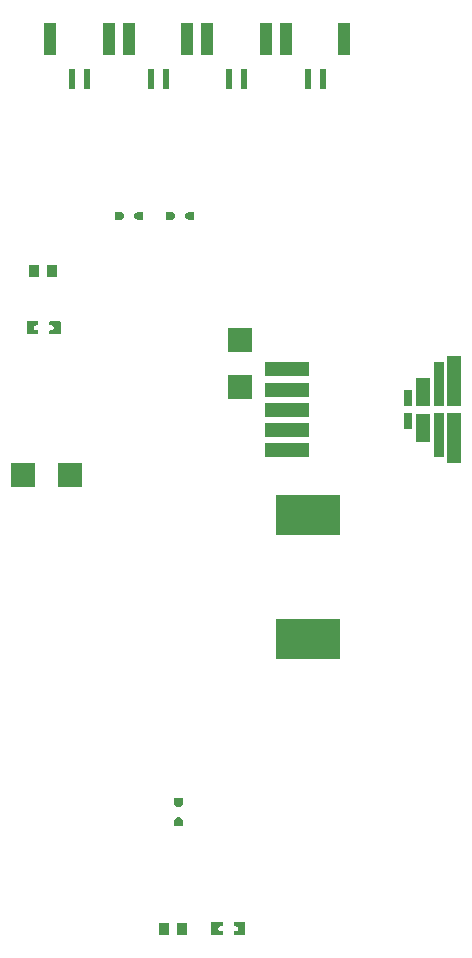
<source format=gtp>
G04 Layer_Color=8421504*
%FSLAX25Y25*%
%MOIN*%
G70*
G01*
G75*
%ADD10R,0.03937X0.11024*%
%ADD11R,0.02362X0.06693*%
%ADD12R,0.14961X0.04724*%
%ADD15R,0.21260X0.13780*%
%ADD16R,0.07874X0.07874*%
%ADD18R,0.07874X0.07874*%
%ADD21R,0.03661X0.03858*%
%ADD39R,0.03550X0.14800*%
%ADD40R,0.04700X0.09800*%
%ADD41R,0.04700X0.16800*%
%ADD42R,0.02700X0.05500*%
G36*
X170450Y104331D02*
X169591Y103150D01*
X168409D01*
X167550Y104331D01*
Y106102D01*
X170450D01*
Y104331D01*
D02*
G37*
G36*
X122049Y265140D02*
X122160Y265029D01*
X122220Y264885D01*
Y264806D01*
Y264181D01*
Y264103D01*
X122160Y263958D01*
X122049Y263847D01*
X121904Y263787D01*
X121449D01*
X121295Y263772D01*
X121011Y263655D01*
X120794Y263437D01*
X120677Y263154D01*
Y262846D01*
X120794Y262562D01*
X121011Y262345D01*
X121295Y262228D01*
X121449Y262213D01*
X121904D01*
X122049Y262153D01*
X122160Y262042D01*
X122220Y261897D01*
Y261819D01*
Y261194D01*
Y261115D01*
X122160Y260971D01*
X122049Y260860D01*
X121904Y260800D01*
X118615D01*
X118471Y260860D01*
X118360Y260971D01*
X118300Y261115D01*
Y261194D01*
Y264806D01*
Y264885D01*
X118360Y265029D01*
X118471Y265140D01*
X118615Y265200D01*
X121904D01*
X122049Y265140D01*
D02*
G37*
G36*
X170450Y98669D02*
Y96898D01*
X167550D01*
Y98669D01*
X168409Y99850D01*
X169591D01*
X170450Y98669D01*
D02*
G37*
G36*
X183549Y64840D02*
X183660Y64729D01*
X183720Y64585D01*
Y64506D01*
Y63881D01*
Y63803D01*
X183660Y63658D01*
X183549Y63547D01*
X183404Y63487D01*
X182949D01*
X182795Y63472D01*
X182511Y63355D01*
X182294Y63138D01*
X182176Y62854D01*
Y62546D01*
X182294Y62262D01*
X182511Y62045D01*
X182795Y61928D01*
X182949Y61913D01*
X183404D01*
X183549Y61853D01*
X183660Y61742D01*
X183720Y61597D01*
Y61519D01*
Y60894D01*
Y60815D01*
X183660Y60671D01*
X183549Y60560D01*
X183404Y60500D01*
X180115D01*
X179971Y60560D01*
X179860Y60671D01*
X179800Y60815D01*
Y60894D01*
Y64506D01*
Y64585D01*
X179860Y64729D01*
X179971Y64840D01*
X180115Y64900D01*
X183404D01*
X183549Y64840D01*
D02*
G37*
G36*
X191029D02*
X191140Y64729D01*
X191200Y64585D01*
Y64506D01*
Y60894D01*
Y60815D01*
X191140Y60671D01*
X191029Y60560D01*
X190885Y60500D01*
X187596D01*
X187451Y60560D01*
X187340Y60671D01*
X187280Y60815D01*
Y60894D01*
Y61519D01*
Y61597D01*
X187340Y61742D01*
X187451Y61853D01*
X187596Y61913D01*
X188051D01*
X188205Y61928D01*
X188489Y62045D01*
X188706Y62262D01*
X188823Y62546D01*
Y62854D01*
X188706Y63138D01*
X188489Y63355D01*
X188205Y63472D01*
X188051Y63487D01*
X187596D01*
X187451Y63547D01*
X187340Y63658D01*
X187280Y63803D01*
Y63881D01*
Y64506D01*
Y64585D01*
X187340Y64729D01*
X187451Y64840D01*
X187596Y64900D01*
X190885D01*
X191029Y64840D01*
D02*
G37*
G36*
X167850Y300791D02*
Y299609D01*
X166669Y298750D01*
X164898D01*
Y301650D01*
X166669D01*
X167850Y300791D01*
D02*
G37*
G36*
X174102Y298750D02*
X172331D01*
X171150Y299609D01*
Y300791D01*
X172331Y301650D01*
X174102D01*
Y298750D01*
D02*
G37*
G36*
X157102D02*
X155331D01*
X154150Y299609D01*
Y300791D01*
X155331Y301650D01*
X157102D01*
Y298750D01*
D02*
G37*
G36*
X129529Y265140D02*
X129640Y265029D01*
X129700Y264885D01*
Y264806D01*
Y261194D01*
Y261115D01*
X129640Y260971D01*
X129529Y260860D01*
X129385Y260800D01*
X126096D01*
X125951Y260860D01*
X125840Y260971D01*
X125780Y261115D01*
Y261194D01*
Y261819D01*
Y261897D01*
X125840Y262042D01*
X125951Y262153D01*
X126096Y262213D01*
X126551D01*
X126705Y262228D01*
X126989Y262345D01*
X127206Y262562D01*
X127323Y262846D01*
Y263154D01*
X127206Y263437D01*
X126989Y263655D01*
X126705Y263772D01*
X126551Y263787D01*
X126096D01*
X125951Y263847D01*
X125840Y263958D01*
X125780Y264103D01*
Y264181D01*
Y264806D01*
Y264885D01*
X125840Y265029D01*
X125951Y265140D01*
X126096Y265200D01*
X129385D01*
X129529Y265140D01*
D02*
G37*
G36*
X150850Y300791D02*
Y299609D01*
X149669Y298750D01*
X147898D01*
Y301650D01*
X149669D01*
X150850Y300791D01*
D02*
G37*
D10*
X126259Y359095D02*
D03*
X145747D02*
D03*
X204756D02*
D03*
X224244D02*
D03*
X152425D02*
D03*
X171913D02*
D03*
X178590D02*
D03*
X198079D02*
D03*
D11*
X138464Y345905D02*
D03*
X133543D02*
D03*
X216961D02*
D03*
X212039D02*
D03*
X164629D02*
D03*
X159708D02*
D03*
X190795D02*
D03*
X185874D02*
D03*
D12*
X205000Y222307D02*
D03*
Y249079D02*
D03*
Y242386D02*
D03*
Y229000D02*
D03*
Y235693D02*
D03*
D15*
X212000Y159331D02*
D03*
Y200669D02*
D03*
D16*
X132874Y214000D02*
D03*
X117126D02*
D03*
D18*
X189500Y258874D02*
D03*
Y243126D02*
D03*
D21*
X126819Y282000D02*
D03*
X120756D02*
D03*
X170031Y62500D02*
D03*
X163969D02*
D03*
D39*
X255660Y227193D02*
D03*
X255660Y244193D02*
D03*
D40*
X250384Y241693D02*
D03*
Y229693D02*
D03*
D41*
X260884Y245193D02*
D03*
Y226193D02*
D03*
D42*
X245584Y239543D02*
D03*
Y231843D02*
D03*
M02*

</source>
